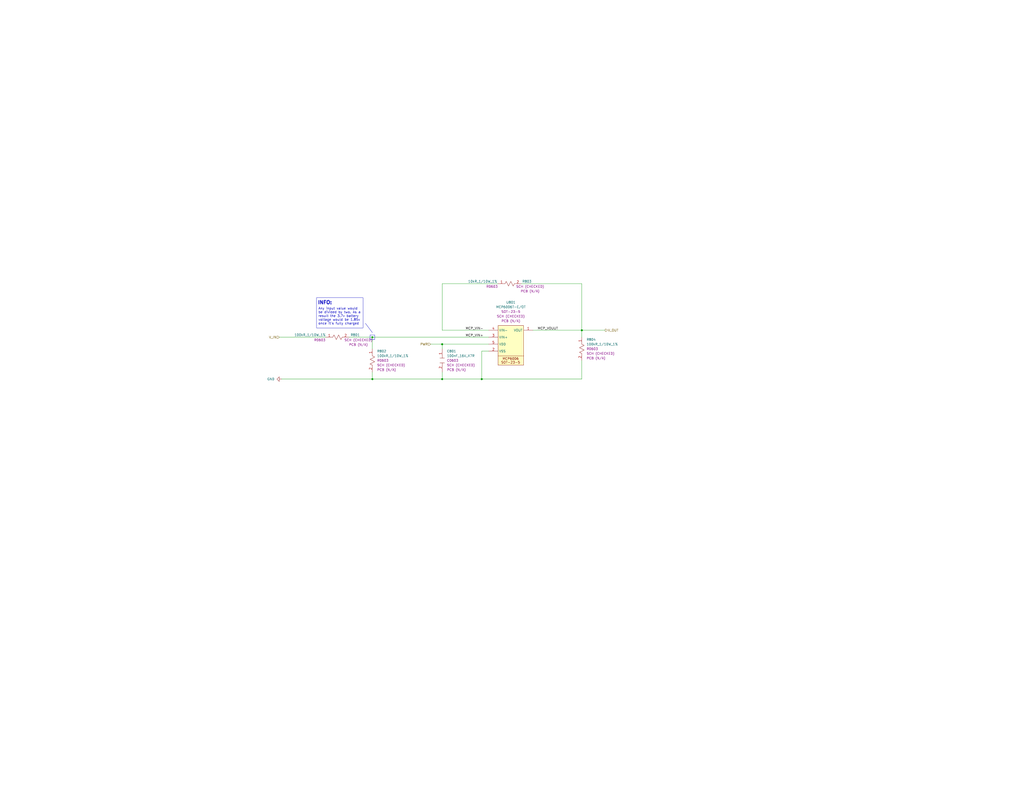
<source format=kicad_sch>
(kicad_sch (version 20231120) (generator "eeschema") (generator_version "8.0")
  (paper "C")
  (title_block (title "Quadcopter") (date "2024-03-18") (rev "01") (company "Mend0z0") (comment 1 "01") (comment 2 "CHECKED") (comment 3 "Siavash Taher Parvar") (comment 8 "N/A") (comment 9 "First Version"))
  (lib_symbols
    (symbol "_SCHLIB_Qcopter:CAP_CER_100nF_16V_X7R_C0603"
      (property "Reference" "C" (at 3.302 4.318 0))
      (property "Value" "100nF_16V_X7R" (at 3.302 6.858 0))
      (property "Package" "C0603" (at 3.556 36.576 0))
      (property "SCH CHECK" "SCH (CHECKED)" (at 3.556 31.242 0))
      (property "PCB CHECK" "PCB (N/A)" (at 3.556 33.782 0))
      (symbol "CAP_CER_100nF_16V_X7R_C0603_0_0"
        (polyline (pts (xy 5.08 1.27) (xy 5.08 -1.27)))
        (polyline (pts (xy 7.62 1.27) (xy 7.62 -1.27)))
      )
      (symbol "CAP_CER_100nF_16V_X7R_C0603_1_1"
        (pin passive line (at 0 0 0) (length 5.08) (name "") (number "1"))
        (pin passive line (at 12.7 0 180) (length 5.08) (name "") (number "2"))
      )
    )
    (symbol "_SCHLIB_Qcopter:IC_OPAMP_MCP6006T-E/OT_GP_1C_SOT-23-5"
      (property "Reference" "U" (at 3.556 4.064 0))
      (property "Value" "MCP6006T-E/OT" (at 3.81 6.604 0))
      (property "Package" "SOT-23-5" (at 3.81 35.306 0))
      (property "SCH CHECK" "SCH (CHECKED)" (at 3.81 29.972 0))
      (property "PCB CHECK" "PCB (N/A)" (at 3.81 32.512 0))
      (symbol "IC_OPAMP_MCP6006T-E/OT_GP_1C_SOT-23-5_1_1"
        (polyline (pts (xy 0 -16.51) (xy 13.97 -16.51)))
        (rectangle (start 0 0) (end 13.97 -21.59) (fill (type background)))
        (text "MCP6006" (at 6.858 -18.034 0) (effects (font (size 1.27 1.27))))
        (text "SOT-23-5" (at 6.858 -20.066 0) (effects (font (size 1.27 1.27))))
        (pin passive line (at 19.05 -2.54 180) (length 5.08) (name "VOUT") (number "1"))
        (pin passive line (at -5.08 -13.97 0) (length 5.08) (name "VSS") (number "2"))
        (pin passive line (at -5.08 -6.35 0) (length 5.08) (name "VIN+") (number "3"))
        (pin passive line (at -5.08 -2.54 0) (length 5.08) (name "VIN-") (number "4"))
        (pin passive line (at -5.08 -10.16 0) (length 5.08) (name "VDD") (number "5"))
      )
    )
    (symbol "_SCHLIB_Qcopter:RES_100kR_1/10W_1%_R0603"
      (property "Reference" "R" (at 3.556 4.064 0))
      (property "Value" "100kR_1/10W_1%" (at 3.81 6.604 0))
      (property "Package" "R0603" (at 3.81 35.306 0))
      (property "SCH CHECK" "SCH (CHECKED)" (at 3.81 29.972 0))
      (property "PCB CHECK" "PCB (N/A)" (at 3.81 32.512 0))
      (symbol "RES_100kR_1/10W_1%_R0603_0_0"
        (polyline (pts (xy 3.81 0) (xy 4.445 1.27) (xy 5.715 -1.27) (xy 6.985 1.27) (xy 8.255 -1.27) (xy 8.89 0)))
      )
      (symbol "RES_100kR_1/10W_1%_R0603_1_1"
        (pin passive line (at 0 0 0) (length 3.81) (name "") (number "1"))
        (pin passive line (at 12.7 0 180) (length 3.81) (name "") (number "2"))
      )
    )
    (symbol "_SCHLIB_Qcopter:RES_10kR_1/10W_1%_R0603"
      (property "Reference" "R" (at 3.302 4.572 0))
      (property "Value" "10kR_1/10W_1%" (at 3.302 6.858 0))
      (property "Package" "R0603" (at 3.302 31.242 0))
      (property "SCH CHECK" "SCH (CHECKED)" (at 3.302 26.67 0))
      (property "PCB CHECK" "PCB (N/A)" (at 3.302 28.956 0))
      (symbol "RES_10kR_1/10W_1%_R0603_0_0"
        (polyline (pts (xy 3.81 0) (xy 4.445 1.27) (xy 5.715 -1.27) (xy 6.985 1.27) (xy 8.255 -1.27) (xy 8.89 0)))
      )
      (symbol "RES_10kR_1/10W_1%_R0603_1_1"
        (pin passive line (at 0 0 0) (length 3.81) (name "") (number "1"))
        (pin passive line (at 12.7 0 180) (length 3.81) (name "") (number "2"))
      )
    )
    (symbol "power:GND" (power) (pin_numbers hide) (pin_names (offset 0) hide)
      (property "Value" "GND" (at 0 -3.81 0))
      (symbol "GND_0_1"
        (polyline (pts (xy 0 0) (xy 0 -1.27) (xy 1.27 -1.27) (xy 0 -2.54) (xy -1.27 -1.27) (xy 0 -1.27)))
      )
      (symbol "GND_1_1"
        (pin power_in line (at 0 0 270) (length 0) (name "~") (number "1"))
      )
    )
  )
  (junction (at 203.2 184.15))
  (junction (at 203.2 207.01))
  (junction (at 262.89 207.01))
  (junction (at 241.3 207.01))
  (junction (at 317.5 180.34))
  (junction (at 241.3 187.96))
  (wire (pts (xy 284.48 154.94) (xy 317.5 154.94)))
  (wire (pts (xy 317.5 196.85) (xy 317.5 207.01)))
  (wire (pts (xy 241.3 187.96) (xy 266.7 187.96)))
  (wire (pts (xy 262.89 191.77) (xy 266.7 191.77)))
  (wire (pts (xy 317.5 180.34) (xy 317.5 184.15)))
  (wire (pts (xy 203.2 207.01) (xy 241.3 207.01)))
  (wire (pts (xy 203.2 184.15) (xy 266.7 184.15)))
  (wire (pts (xy 241.3 203.2) (xy 241.3 207.01)))
  (wire (pts (xy 203.2 203.2) (xy 203.2 207.01)))
  (wire (pts (xy 241.3 207.01) (xy 262.89 207.01)))
  (polyline (pts (xy 199.39 176.53) (xy 203.2 181.61)))
  (wire (pts (xy 241.3 154.94) (xy 271.78 154.94)))
  (wire (pts (xy 317.5 180.34) (xy 330.2 180.34)))
  (wire (pts (xy 241.3 187.96) (xy 241.3 190.5)))
  (wire (pts (xy 262.89 207.01) (xy 262.89 191.77)))
  (wire (pts (xy 266.7 180.34) (xy 241.3 180.34)))
  (wire (pts (xy 234.95 187.96) (xy 241.3 187.96)))
  (wire (pts (xy 203.2 184.15) (xy 203.2 190.5)))
  (wire (pts (xy 317.5 154.94) (xy 317.5 180.34)))
  (wire (pts (xy 241.3 180.34) (xy 241.3 154.94)))
  (wire (pts (xy 190.5 184.15) (xy 203.2 184.15)))
  (wire (pts (xy 317.5 207.01) (xy 262.89 207.01)))
  (wire (pts (xy 152.4 184.15) (xy 177.8 184.15)))
  (wire (pts (xy 153.67 207.01) (xy 203.2 207.01)))
  (wire (pts (xy 317.5 180.34) (xy 290.83 180.34)))
  (rectangle (start 201.93 182.88) (end 204.47 185.42))
  (text_box "\n\nAny input value would be divided by two. As a result the 3.7v battery voltage would be 1.85v once it's fully charged" (at 172.72 162.56 0) (size 25.4 16.51) (effects (font (size 1.27 1.27)) (justify left top)))
  (text "INFO:" (at 177.292 165.354 0) (effects (font (size 1.905 1.905) (thickness 0.381) (bold yes))))
  (label "MCP_VIN-" (at 254 180.34 0))
  (label "MCP_VIN+" (at 254 184.15 0))
  (label "MCP_VOUUT" (at 293.37 180.34 0))
  (hierarchical_label "V_IN" (shape input) (at 152.4 184.15 180))
  (hierarchical_label "V_OUT" (shape output) (at 330.2 180.34 0))
  (hierarchical_label "PWR" (shape input) (at 234.95 187.96 180))
  (symbol (lib_id "_SCHLIB_Qcopter:RES_10kR_1/10W_1%_R0603") (at 271.78 154.94 0) (unit 1)
    (property "Reference" "R803" (at 287.528 153.67 0))
    (property "Value" "10kR_1/10W_1%" (at 263.398 153.67 0))
    (property "Footprint" "Resistor_SMD:R_0603_1608Metric" (effects (hide yes)))
    (property "Datasheet" "https://www.seielect.com/catalog/sei-rmcf_rmcp.pdf" (effects (hide yes)))
    (property "Description" "10 kOhms ±1% 0.1W, 1/10W Chip Resistor 0603 (1608 Metric) Automotive AEC-Q200 Thick Film" (effects (hide yes)))
    (property "Package" "R0603" (at 268.478 156.464 0))
    (property "Part Number (Manufacturer)" "RMCF0603FT10K0" (effects (hide yes)))
    (property "Manufacturer" "Stackpole Electronics Inc" (effects (hide yes)))
    (property "Part Number (Vendor)" "RMCF0603FT10K0TR-ND" (effects (hide yes)))
    (property "Vendor" "Digikey" (effects (hide yes)))
    (property "Purchase Link" "https://www.digikey.ca/en/products/detail/stackpole-electronics-inc/RMCF0603FT10K0/1761235" (effects (hide yes)))
    (property "SCH CHECK" "SCH (CHECKED)" (at 289.306 156.464 0))
    (property "PCB CHECK" "PCB (N/A)" (at 289.306 159.004 0))
  )
  (symbol (lib_id "_SCHLIB_Qcopter:RES_100kR_1/10W_1%_R0603") (at 317.5 184.15 270) (unit 1)
    (property "Reference" "R804" (at 320.04 185.4199 90) (effects (justify left)))
    (property "Value" "100kR_1/10W_1%" (at 320.04 187.9599 90) (effects (justify left)))
    (property "Footprint" "Resistor_SMD:R_0603_1608Metric" (effects (hide yes)))
    (property "Datasheet" "https://industrial.panasonic.com/cdbs/www-data/pdf/RDA0000/AOA0000C304.pdf" (effects (hide yes)))
    (property "Description" "100 kOhms ±1% 0.1W, 1/10W Chip Resistor 0603 (1608 Metric) Automotive AEC-Q200 Thick Film" (effects (hide yes)))
    (property "Package" "R0603" (at 320.04 190.4999 90) (effects (justify left)))
    (property "Part Number (Manufacturer)" "ERJ-3EKF1003V" (effects (hide yes)))
    (property "Manufacturer" "Panasonic Electronic Components" (effects (hide yes)))
    (property "Part Number (Vendor)" "P100KHTR-ND" (effects (hide yes)))
    (property "Vendor" "Digikey" (effects (hide yes)))
    (property "Purchase Link" "https://www.digikey.ca/en/products/detail/panasonic-electronic-components/ERJ-3EKF1003V/196075" (effects (hide yes)))
    (property "SCH CHECK" "SCH (CHECKED)" (at 320.04 193.0399 90) (effects (justify left)))
    (property "PCB CHECK" "PCB (N/A)" (at 320.04 195.5799 90) (effects (justify left)))
  )
  (symbol (lib_id "_SCHLIB_Qcopter:RES_100kR_1/10W_1%_R0603") (at 203.2 190.5 270) (unit 1)
    (property "Reference" "R802" (at 205.74 191.7699 90) (effects (justify left)))
    (property "Value" "100kR_1/10W_1%" (at 205.74 194.3099 90) (effects (justify left)))
    (property "Footprint" "Resistor_SMD:R_0603_1608Metric" (effects (hide yes)))
    (property "Datasheet" "https://industrial.panasonic.com/cdbs/www-data/pdf/RDA0000/AOA0000C304.pdf" (effects (hide yes)))
    (property "Description" "100 kOhms ±1% 0.1W, 1/10W Chip Resistor 0603 (1608 Metric) Automotive AEC-Q200 Thick Film" (effects (hide yes)))
    (property "Package" "R0603" (at 205.74 196.8499 90) (effects (justify left)))
    (property "Part Number (Manufacturer)" "ERJ-3EKF1003V" (effects (hide yes)))
    (property "Manufacturer" "Panasonic Electronic Components" (effects (hide yes)))
    (property "Part Number (Vendor)" "P100KHTR-ND" (effects (hide yes)))
    (property "Vendor" "Digikey" (effects (hide yes)))
    (property "Purchase Link" "https://www.digikey.ca/en/products/detail/panasonic-electronic-components/ERJ-3EKF1003V/196075" (effects (hide yes)))
    (property "SCH CHECK" "SCH (CHECKED)" (at 205.74 199.3899 90) (effects (justify left)))
    (property "PCB CHECK" "PCB (N/A)" (at 205.74 201.9299 90) (effects (justify left)))
  )
  (symbol (lib_id "_SCHLIB_Qcopter:CAP_CER_100nF_16V_X7R_C0603") (at 241.3 190.5 270) (unit 1)
    (property "Reference" "C801" (at 243.84 191.7699 90) (effects (justify left)))
    (property "Value" "100nF_16V_X7R" (at 243.84 194.3099 90) (effects (justify left)))
    (property "Footprint" "Capacitor_SMD:C_0603_1608Metric" (effects (hide yes)))
    (property "Datasheet" "https://mm.digikey.com/Volume0/opasdata/d220001/medias/docus/609/CL10B104KO8NNNC_Spec.pdf" (effects (hide yes)))
    (property "Description" "0.1 µF ±10% 16V Ceramic Capacitor X7R 0603 (1608 Metric)" (effects (hide yes)))
    (property "Package" "C0603" (at 243.84 196.8499 90) (effects (justify left)))
    (property "Part Number (Manufacturer)" "CL10B104KO8NNNC" (effects (hide yes)))
    (property "Manufacturer" "Samsung Electro-Mechanics" (effects (hide yes)))
    (property "Part Number (Vendor)" "1276-1005-2-ND" (effects (hide yes)))
    (property "Vendor" "Digikey" (effects (hide yes)))
    (property "Purchase Link" "https://www.digikey.ca/en/products/detail/samsung-electro-mechanics/CL10B104KO8NNNC/3886663" (effects (hide yes)))
    (property "SCH CHECK" "SCH (CHECKED)" (at 243.84 199.3899 90) (effects (justify left)))
    (property "PCB CHECK" "PCB (N/A)" (at 243.84 201.9299 90) (effects (justify left)))
  )
  (symbol (lib_id "_SCHLIB_Qcopter:RES_100kR_1/10W_1%_R0603") (at 177.8 184.15 0) (unit 1)
    (property "Reference" "R801" (at 193.802 182.88 0))
    (property "Value" "100kR_1/10W_1%" (at 169.164 182.88 0))
    (property "Footprint" "Resistor_SMD:R_0603_1608Metric" (effects (hide yes)))
    (property "Datasheet" "https://industrial.panasonic.com/cdbs/www-data/pdf/RDA0000/AOA0000C304.pdf" (effects (hide yes)))
    (property "Description" "100 kOhms ±1% 0.1W, 1/10W Chip Resistor 0603 (1608 Metric) Automotive AEC-Q200 Thick Film" (effects (hide yes)))
    (property "Package" "R0603" (at 174.498 185.674 0))
    (property "Part Number (Manufacturer)" "ERJ-3EKF1003V" (effects (hide yes)))
    (property "Manufacturer" "Panasonic Electronic Components" (effects (hide yes)))
    (property "Part Number (Vendor)" "P100KHTR-ND" (effects (hide yes)))
    (property "Vendor" "Digikey" (effects (hide yes)))
    (property "Purchase Link" "https://www.digikey.ca/en/products/detail/panasonic-electronic-components/ERJ-3EKF1003V/196075" (effects (hide yes)))
    (property "SCH CHECK" "SCH (CHECKED)" (at 195.58 185.674 0))
    (property "PCB CHECK" "PCB (N/A)" (at 195.58 188.214 0))
  )
  (symbol (lib_id "power:GND") (at 153.67 207.01 270) (unit 1)
    (property "Reference" "#PWR0801" (effects (hide yes)))
    (property "Value" "GND" (at 149.86 207.0099 90) (effects (justify right)))
    (property "Description" "Power symbol creates a global label with name \"GND\" , ground" (effects (hide yes)))
  )
  (symbol (lib_id "_SCHLIB_Qcopter:IC_OPAMP_MCP6006T-E/OT_GP_1C_SOT-23-5") (at 271.78 177.8 0) (unit 1)
    (property "Reference" "U801" (at 278.765 165.1 0))
    (property "Value" "MCP6006T-E/OT" (at 278.765 167.64 0))
    (property "Footprint" "Package_TO_SOT_SMD:SOT-23-5" (effects (hide yes)))
    (property "Datasheet" "https://ww1.microchip.com/downloads/aemDocuments/documents/APID/ProductDocuments/DataSheets/MCP6006-6R-6U-7-9-Data-Sheet-20006411B.pdf" (effects (hide yes)))
    (property "Description" "General Purpose Amplifier 1 Circuit Rail-to-Rail SOT-23-5" (effects (hide yes)))
    (property "Package" "SOT-23-5" (at 278.765 170.18 0))
    (property "Part Number (Manufacturer)" "MCP6006T-E/OT" (effects (hide yes)))
    (property "Manufacturer" "Microchip Technology" (effects (hide yes)))
    (property "Part Number (Vendor)" "150-MCP6006T-E/OTTR-ND" (effects (hide yes)))
    (property "Vendor" "Digikey" (effects (hide yes)))
    (property "Purchase Link" "https://www.digikey.ca/en/products/detail/microchip-technology/MCP6006T-E-OT/13985876" (effects (hide yes)))
    (property "SCH CHECK" "SCH (CHECKED)" (at 278.765 172.72 0))
    (property "PCB CHECK" "PCB (N/A)" (at 278.765 175.26 0))
  )
)
</source>
